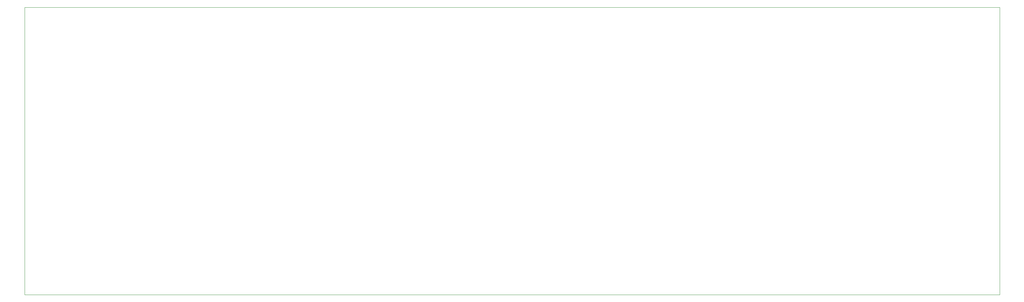
<source format=gbr>
%TF.GenerationSoftware,KiCad,Pcbnew,(5.1.10-1-10_14)*%
%TF.CreationDate,2021-09-29T23:31:11-07:00*%
%TF.ProjectId,stepper_clock,73746570-7065-4725-9f63-6c6f636b2e6b,rev?*%
%TF.SameCoordinates,Original*%
%TF.FileFunction,Profile,NP*%
%FSLAX46Y46*%
G04 Gerber Fmt 4.6, Leading zero omitted, Abs format (unit mm)*
G04 Created by KiCad (PCBNEW (5.1.10-1-10_14)) date 2021-09-29 23:31:11*
%MOMM*%
%LPD*%
G01*
G04 APERTURE LIST*
%TA.AperFunction,Profile*%
%ADD10C,0.100000*%
%TD*%
G04 APERTURE END LIST*
D10*
X253492000Y-2032000D02*
X5588000Y-2032000D01*
X253492000Y-75184000D02*
X253492000Y-2032000D01*
X5588000Y-75184000D02*
X253492000Y-75184000D01*
X5588000Y-2032000D02*
X5588000Y-75184000D01*
M02*

</source>
